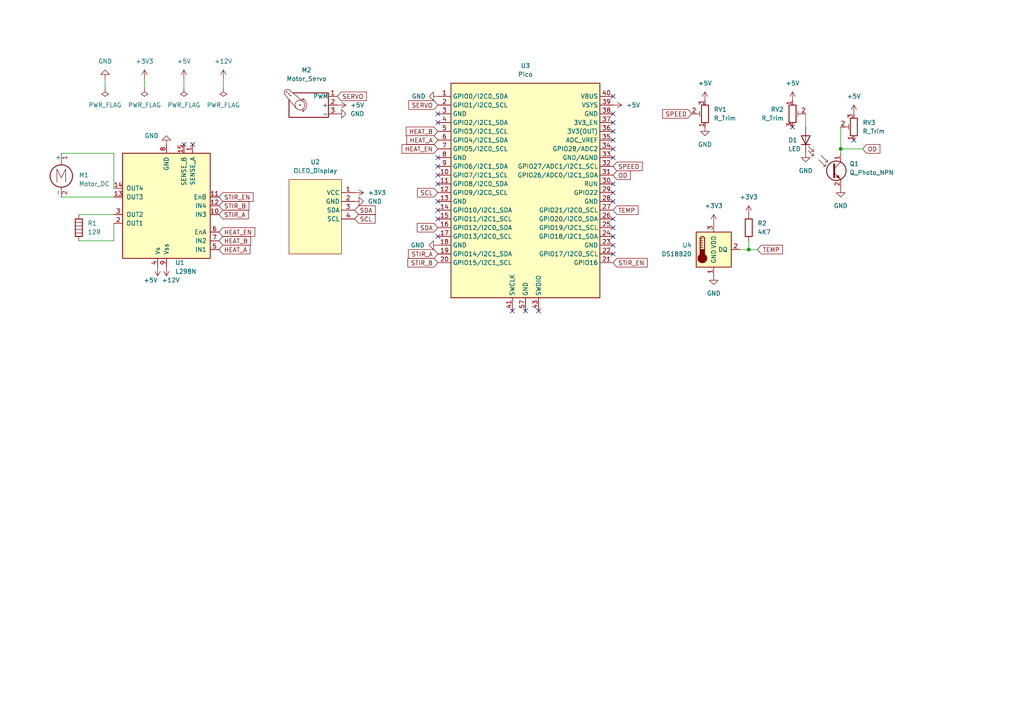
<source format=kicad_sch>
(kicad_sch (version 20211123) (generator eeschema)
  (paper "A4")
  (title_block (title "Bioreactor") (date "2022-08-08") (company "Sheffield iGEM"))
  (lib_symbols
    (symbol "Device:Heater" (pin_numbers hide) (pin_names (offset 0))
      (property "Reference" "R" (at 2.032 0 90))
      (property "Value" "Heater" (at -2.032 0 90))
      (symbol "Heater_0_1"
        (rectangle (start -1.016 -2.54) (end 1.016 2.54) (stroke (width 0.254)))
        (polyline (pts (xy -1.016 1.524) (xy 1.016 1.524)))
        (polyline (pts (xy 1.016 -1.524) (xy -1.016 -1.524)))
        (polyline (pts (xy 1.016 -0.508) (xy -1.016 -0.508)))
        (polyline (pts (xy 1.016 0.508) (xy -1.016 0.508)))
      )
      (symbol "Heater_1_1"
        (pin passive line (at 0 3.81 270) (length 1.27) (name "~") (number "1"))
        (pin passive line (at 0 -3.81 90) (length 1.27) (name "~") (number "2"))
      )
    )
    (symbol "Device:LED" (pin_numbers hide) (pin_names (offset 1.016) hide)
      (property "Reference" "D" (at 0 2.54 0))
      (property "Value" "LED" (at 0 -2.54 0))
      (symbol "LED_0_1"
        (polyline (pts (xy -1.27 -1.27) (xy -1.27 1.27)) (stroke (width 0.254)))
        (polyline (pts (xy -1.27 0) (xy 1.27 0)))
        (polyline (pts (xy 1.27 -1.27) (xy 1.27 1.27) (xy -1.27 0) (xy 1.27 -1.27)) (stroke (width 0.254)))
        (polyline (pts (xy -3.048 -0.762) (xy -4.572 -2.286) (xy -3.81 -2.286) (xy -4.572 -2.286) (xy -4.572 -1.524)))
        (polyline (pts (xy -1.778 -0.762) (xy -3.302 -2.286) (xy -2.54 -2.286) (xy -3.302 -2.286) (xy -3.302 -1.524)))
      )
      (symbol "LED_1_1"
        (pin passive line (at -3.81 0 0) (length 2.54) (name "K") (number "1"))
        (pin passive line (at 3.81 0 180) (length 2.54) (name "A") (number "2"))
      )
    )
    (symbol "Device:Q_Photo_NPN" (pin_names (offset 0) hide)
      (property "Reference" "Q" (at 5.08 1.27 0))
      (property "Value" "Q_Photo_NPN" (at 5.08 -1.27 0))
      (symbol "Q_Photo_NPN_0_1"
        (polyline (pts (xy -1.905 1.27) (xy -2.54 1.27)))
        (polyline (pts (xy -1.27 2.54) (xy -1.905 2.54)))
        (polyline (pts (xy 0.635 0.635) (xy 2.54 2.54)))
        (polyline (pts (xy -3.81 3.175) (xy -1.905 1.27) (xy -1.905 1.905)))
        (polyline (pts (xy -3.175 4.445) (xy -1.27 2.54) (xy -1.27 3.175)))
        (polyline (pts (xy 0.635 -0.635) (xy 2.54 -2.54) (xy 2.54 -2.54)))
        (polyline (pts (xy 0.635 1.905) (xy 0.635 -1.905) (xy 0.635 -1.905)) (stroke (width 0.508)))
        (polyline (pts (xy 1.27 -1.778) (xy 1.778 -1.27) (xy 2.286 -2.286) (xy 1.27 -1.778) (xy 1.27 -1.778)) (fill (type outline)))
        (circle (center 1.27 0) (radius 2.8194) (stroke (width 0.254)))
      )
      (symbol "Q_Photo_NPN_1_1"
        (pin passive line (at 2.54 5.08 270) (length 2.54) (name "C") (number "1"))
        (pin passive line (at 2.54 -5.08 90) (length 2.54) (name "E") (number "2"))
      )
    )
    (symbol "Device:R" (pin_numbers hide) (pin_names (offset 0))
      (property "Reference" "R" (at 2.032 0 90))
      (property "Value" "R" (at 0 0 90))
      (symbol "R_0_1"
        (rectangle (start -1.016 -2.54) (end 1.016 2.54) (stroke (width 0.254)))
      )
      (symbol "R_1_1"
        (pin passive line (at 0 3.81 270) (length 1.27) (name "~") (number "1"))
        (pin passive line (at 0 -3.81 90) (length 1.27) (name "~") (number "2"))
      )
    )
    (symbol "Device:R_Potentiometer_Trim" (pin_names (offset 1.016) hide)
      (property "Reference" "RV" (at -4.445 0 90))
      (property "Value" "R_Potentiometer_Trim" (at -2.54 0 90))
      (symbol "R_Potentiometer_Trim_0_1"
        (polyline (pts (xy 1.524 0.762) (xy 1.524 -0.762)))
        (polyline (pts (xy 2.54 0) (xy 1.524 0)))
        (rectangle (start 1.016 2.54) (end -1.016 -2.54) (stroke (width 0.254)))
      )
      (symbol "R_Potentiometer_Trim_1_1"
        (pin passive line (at 0 3.81 270) (length 1.27) (name "1") (number "1"))
        (pin passive line (at 3.81 0 180) (length 1.27) (name "2") (number "2"))
        (pin passive line (at 0 -3.81 90) (length 1.27) (name "3") (number "3"))
      )
    )
    (symbol "Display_Graphic:OLED_display_1"
      (property "Reference" "U1" (at -12.7 12.7 0))
      (property "Value" "OLED_display_1" (at -12.7 10.16 0))
      (symbol "OLED_display_1_0_1"
        (rectangle (start -20.32 7.62) (end -5.08 -13.97) (fill (type background)))
      )
      (symbol "OLED_display_1_1_1"
        (pin bidirectional line (at -1.27 3.81 180) (length 3.81) (name "VCC") (number "1"))
        (pin bidirectional line (at -1.27 1.27 180) (length 3.81) (name "GND") (number "2"))
        (pin input line (at -1.27 -1.27 180) (length 3.81) (name "SDA") (number "3"))
        (pin input line (at -1.27 -3.81 180) (length 3.81) (name "SCL") (number "4"))
      )
    )
    (symbol "Driver_Motor:L298N" (pin_names (offset 1.016))
      (property "Reference" "U" (at -10.16 16.51 0))
      (property "Value" "L298N" (at 12.7 16.51 0))
      (symbol "L298N_0_1"
        (rectangle (start -12.7 15.24) (end 12.7 -15.24) (stroke (width 0.254)) (fill (type background)))
      )
      (symbol "L298N_1_1"
        (pin power_in line (at -7.62 -17.78 90) (length 2.54) (name "SENSE_A") (number "1"))
        (pin input line (at -15.24 2.54 0) (length 2.54) (name "IN3") (number "10"))
        (pin input line (at -15.24 -2.54 0) (length 2.54) (name "EnB") (number "11"))
        (pin input line (at -15.24 0 0) (length 2.54) (name "IN4") (number "12"))
        (pin output line (at 15.24 -2.54 180) (length 2.54) (name "OUT3") (number "13"))
        (pin output line (at 15.24 -5.08 180) (length 2.54) (name "OUT4") (number "14"))
        (pin power_in line (at -5.08 -17.78 90) (length 2.54) (name "SENSE_B") (number "15"))
        (pin output line (at 15.24 5.08 180) (length 2.54) (name "OUT1") (number "2"))
        (pin output line (at 15.24 2.54 180) (length 2.54) (name "OUT2") (number "3"))
        (pin power_in line (at 2.54 17.78 270) (length 2.54) (name "Vs") (number "4"))
        (pin input line (at -15.24 12.7 0) (length 2.54) (name "IN1") (number "5"))
        (pin input line (at -15.24 7.62 0) (length 2.54) (name "EnA") (number "6"))
        (pin input line (at -15.24 10.16 0) (length 2.54) (name "IN2") (number "7"))
        (pin power_in line (at 0 -17.78 90) (length 2.54) (name "GND") (number "8"))
        (pin power_in line (at 0 17.78 270) (length 2.54) (name "Vss") (number "9"))
      )
    )
    (symbol "MCU_RaspberryPi:Pico"
      (property "Reference" "U2" (at 0 46.99 0))
      (property "Value" "Pico" (at 0 44.45 0))
      (property "Footprint" "Package_DFN_QFN:QFN-56-1EP_7x7mm_P0.4mm_EP3.2x3.2mm" (at 0 0 90))
      (property "Datasheet" "https://datasheets.raspberrypi.com/rp2040/rp2040-datasheet.pdf" (at 0 0 90))
      (symbol "Pico_0_1"
        (rectangle (start -21.59 41.91) (end 21.59 -20.32) (stroke (width 0.254)) (fill (type background)))
      )
      (symbol "Pico_1_1"
        (pin bidirectional line (at -25.4 38.1 0) (length 3.81) (name "GPIO0/I2C0_SDA") (number "1"))
        (pin bidirectional line (at -25.4 15.24 0) (length 3.81) (name "GPIO7/I2C1_SCL") (number "10"))
        (pin bidirectional line (at -25.4 12.7 0) (length 3.81) (name "GPIO8/I2C0_SDA") (number "11"))
        (pin bidirectional line (at -25.4 10.16 0) (length 3.81) (name "GPIO9/I2C0_SCL") (number "12"))
        (pin bidirectional line (at -25.4 7.62 0) (length 3.81) (name "GND") (number "13"))
        (pin bidirectional line (at -25.4 5.08 0) (length 3.81) (name "GPIO10/I2C1_SDA") (number "14"))
        (pin bidirectional line (at -25.4 2.54 0) (length 3.81) (name "GPIO11/I2C1_SCL") (number "15"))
        (pin bidirectional line (at -25.4 0 0) (length 3.81) (name "GPIO12/I2C0_SDA") (number "16"))
        (pin bidirectional line (at -25.4 -2.54 0) (length 3.81) (name "GPIO13/I2C0_SCL") (number "17"))
        (pin bidirectional line (at -25.4 -5.08 0) (length 3.81) (name "GND") (number "18"))
        (pin bidirectional line (at -25.4 -7.62 0) (length 3.81) (name "GPIO14/I2C1_SDA") (number "19"))
        (pin bidirectional line (at -25.4 35.56 0) (length 3.81) (name "GPIO1/I2C0_SCL") (number "2"))
        (pin bidirectional line (at -25.4 -10.16 0) (length 3.81) (name "GPIO15/I2C1_SCL") (number "20"))
        (pin bidirectional line (at 25.4 -10.16 180) (length 3.81) (name "GPIO16") (number "21"))
        (pin bidirectional line (at 25.4 -7.62 180) (length 3.81) (name "GPIO17/I2C0_SCL") (number "22"))
        (pin bidirectional line (at 25.4 -5.08 180) (length 3.81) (name "GND") (number "23"))
        (pin bidirectional line (at 25.4 -2.54 180) (length 3.81) (name "GPIO18/I2C1_SDA") (number "24"))
        (pin bidirectional line (at 25.4 0 180) (length 3.81) (name "GPIO19/I2C1_SCL") (number "25"))
        (pin bidirectional line (at 25.4 2.54 180) (length 3.81) (name "GPIO20/I2C0_SDA") (number "26"))
        (pin bidirectional line (at 25.4 5.08 180) (length 3.81) (name "GPIO21/I2C0_SCL") (number "27"))
        (pin bidirectional line (at 25.4 7.62 180) (length 3.81) (name "GND") (number "28"))
        (pin bidirectional line (at 25.4 10.16 180) (length 3.81) (name "GPIO22") (number "29"))
        (pin bidirectional line (at -25.4 33.02 0) (length 3.81) (name "GND") (number "3"))
        (pin bidirectional line (at 25.4 12.7 180) (length 3.81) (name "RUN") (number "30"))
        (pin bidirectional line (at 25.4 15.24 180) (length 3.81) (name "GPIO26/ADC0/I2C1_SDA") (number "31"))
        (pin bidirectional line (at 25.4 17.78 180) (length 3.81) (name "GPIO27/ADC1/I2C1_SCL") (number "32"))
        (pin bidirectional line (at 25.4 20.32 180) (length 3.81) (name "GND/AGND") (number "33"))
        (pin bidirectional line (at 25.4 22.86 180) (length 3.81) (name "GPIO28/ADC2") (number "34"))
        (pin bidirectional line (at 25.4 25.4 180) (length 3.81) (name "ADC_VREF") (number "35"))
        (pin bidirectional line (at 25.4 27.94 180) (length 3.81) (name "3V3(OUT)") (number "36"))
        (pin bidirectional line (at 25.4 30.48 180) (length 3.81) (name "3V3_EN") (number "37"))
        (pin bidirectional line (at 25.4 33.02 180) (length 3.81) (name "GND") (number "38"))
        (pin bidirectional line (at 25.4 35.56 180) (length 3.81) (name "VSYS") (number "39"))
        (pin bidirectional line (at -25.4 30.48 0) (length 3.81) (name "GPIO2/I2C1_SDA") (number "4"))
        (pin bidirectional line (at 25.4 38.1 180) (length 3.81) (name "VBUS") (number "40"))
        (pin bidirectional line (at -3.81 -24.13 90) (length 3.81) (name "SWCLK") (number "41"))
        (pin bidirectional line (at 3.81 -24.13 90) (length 3.81) (name "SWDIO") (number "43"))
        (pin bidirectional line (at -25.4 27.94 0) (length 3.81) (name "GPIO3/I2C1_SCL") (number "5"))
        (pin bidirectional line (at 0 -24.13 90) (length 3.81) (name "GND") (number "57"))
        (pin bidirectional line (at -25.4 25.4 0) (length 3.81) (name "GPIO4/I2C1_SDA") (number "6"))
        (pin bidirectional line (at -25.4 22.86 0) (length 3.81) (name "GPIO5/I2C0_SCL") (number "7"))
        (pin bidirectional line (at -25.4 20.32 0) (length 3.81) (name "GND") (number "8"))
        (pin bidirectional line (at -25.4 17.78 0) (length 3.81) (name "GPIO6/I2C1_SDA") (number "9"))
      )
    )
    (symbol "Motor:Motor_DC" (pin_names (offset 0))
      (property "Reference" "M" (at 2.54 2.54 0))
      (property "Value" "Motor_DC" (at 2.54 -5.08 0))
      (symbol "Motor_DC_0_0"
        (polyline (pts (xy -1.27 -3.302) (xy -1.27 0.508) (xy 0 -2.032) (xy 1.27 0.508) (xy 1.27 -3.302)))
      )
      (symbol "Motor_DC_0_1"
        (circle (center 0 -1.524) (radius 3.2512) (stroke (width 0.254)))
        (polyline (pts (xy 0 -7.62) (xy 0 -7.112)))
        (polyline (pts (xy 0 -4.7752) (xy 0 -5.1816)))
        (polyline (pts (xy 0 1.7272) (xy 0 2.0828)))
        (polyline (pts (xy 0 2.032) (xy 0 2.54)))
      )
      (symbol "Motor_DC_1_1"
        (pin passive line (at 0 5.08 270) (length 2.54) (name "+") (number "1"))
        (pin passive line (at 0 -7.62 90) (length 2.54) (name "-") (number "2"))
      )
    )
    (symbol "Motor:Motor_Servo" (pin_names (offset 0.0254))
      (property "Reference" "M" (at -5.08 4.445 0))
      (property "Value" "Motor_Servo" (at -5.08 -4.064 0))
      (symbol "Motor_Servo_0_1"
        (polyline (pts (xy 2.413 -1.778) (xy 2.032 -1.778)))
        (polyline (pts (xy 2.413 -1.778) (xy 2.286 -1.397)))
        (polyline (pts (xy 2.413 1.778) (xy 1.905 1.778)))
        (polyline (pts (xy 2.413 1.778) (xy 2.286 1.397)))
        (polyline (pts (xy 6.35 4.445) (xy 2.54 1.27)))
        (polyline (pts (xy 7.62 3.175) (xy 4.191 -1.016)))
        (polyline (pts (xy 5.08 3.556) (xy -5.08 3.556) (xy -5.08 -3.556) (xy 6.35 -3.556) (xy 6.35 1.524)) (stroke (width 0.254)))
        (arc (start 2.413 1.778) (mid 1.2406 0) (end 2.413 -1.778))
        (circle (center 3.175 0) (radius 0.1778))
        (circle (center 3.175 0) (radius 1.4224))
        (circle (center 5.969 2.794) (radius 0.127))
        (circle (center 6.477 3.302) (radius 0.127))
        (circle (center 6.985 3.81) (radius 0.127))
        (arc (start 7.62 3.175) (mid 7.4485 4.2735) (end 6.35 4.445))
      )
      (symbol "Motor_Servo_1_1"
        (pin passive line (at -7.62 2.54 0) (length 2.54) (name "PWM") (number "1"))
        (pin passive line (at -7.62 0 0) (length 2.54) (name "+") (number "2"))
        (pin passive line (at -7.62 -2.54 0) (length 2.54) (name "-") (number "3"))
      )
    )
    (symbol "Sensor_Temperature:DS18B20" (pin_names (offset 1.016))
      (property "Reference" "U" (at -3.81 6.35 0))
      (property "Value" "DS18B20" (at 6.35 6.35 0))
      (symbol "DS18B20_0_1"
        (rectangle (start -5.08 5.08) (end 5.08 -5.08) (stroke (width 0.254)) (fill (type background)))
        (circle (center -3.302 -2.54) (radius 1.27) (stroke (width 0.254)) (fill (type outline)))
        (rectangle (start -2.667 -1.905) (end -3.937 0) (stroke (width 0.254)) (fill (type outline)))
        (arc (start -2.667 3.175) (mid -3.302 3.81) (end -3.937 3.175) (stroke (width 0.254)))
        (polyline (pts (xy -3.937 0.635) (xy -3.302 0.635)) (stroke (width 0.254)))
        (polyline (pts (xy -3.937 1.27) (xy -3.302 1.27)) (stroke (width 0.254)))
        (polyline (pts (xy -3.937 1.905) (xy -3.302 1.905)) (stroke (width 0.254)))
        (polyline (pts (xy -3.937 2.54) (xy -3.302 2.54)) (stroke (width 0.254)))
        (polyline (pts (xy -3.937 3.175) (xy -3.937 0)) (stroke (width 0.254)))
        (polyline (pts (xy -3.937 3.175) (xy -3.302 3.175)) (stroke (width 0.254)))
        (polyline (pts (xy -2.667 3.175) (xy -2.667 0)) (stroke (width 0.254)))
      )
      (symbol "DS18B20_1_1"
        (pin power_in line (at 0 -7.62 90) (length 2.54) (name "GND") (number "1"))
        (pin bidirectional line (at 7.62 0 180) (length 2.54) (name "DQ") (number "2"))
        (pin power_in line (at 0 7.62 270) (length 2.54) (name "VDD") (number "3"))
      )
    )
    (symbol "power:+12V" (power) (pin_names (offset 0))
      (property "Value" "+12V" (at 0 3.556 0))
      (symbol "+12V_0_1"
        (polyline (pts (xy -0.762 1.27) (xy 0 2.54)))
        (polyline (pts (xy 0 0) (xy 0 2.54)))
        (polyline (pts (xy 0 2.54) (xy 0.762 1.27)))
      )
      (symbol "+12V_1_1"
        (pin power_in line (at 0 0 90) (length 0) hide (name "+12V") (number "1"))
      )
    )
    (symbol "power:+3V3" (power) (pin_names (offset 0))
      (property "Value" "+3V3" (at 0 3.556 0))
      (symbol "+3V3_0_1"
        (polyline (pts (xy -0.762 1.27) (xy 0 2.54)))
        (polyline (pts (xy 0 0) (xy 0 2.54)))
        (polyline (pts (xy 0 2.54) (xy 0.762 1.27)))
      )
      (symbol "+3V3_1_1"
        (pin power_in line (at 0 0 90) (length 0) hide (name "+3V3") (number "1"))
      )
    )
    (symbol "power:+5V" (power) (pin_names (offset 0))
      (property "Value" "+5V" (at 0 3.556 0))
      (symbol "+5V_0_1"
        (polyline (pts (xy -0.762 1.27) (xy 0 2.54)))
        (polyline (pts (xy 0 0) (xy 0 2.54)))
        (polyline (pts (xy 0 2.54) (xy 0.762 1.27)))
      )
      (symbol "+5V_1_1"
        (pin power_in line (at 0 0 90) (length 0) hide (name "+5V") (number "1"))
      )
    )
    (symbol "power:GND" (power) (pin_names (offset 0))
      (property "Value" "GND" (at 0 -3.81 0))
      (symbol "GND_0_1"
        (polyline (pts (xy 0 0) (xy 0 -1.27) (xy 1.27 -1.27) (xy 0 -2.54) (xy -1.27 -1.27) (xy 0 -1.27)))
      )
      (symbol "GND_1_1"
        (pin power_in line (at 0 0 270) (length 0) hide (name "GND") (number "1"))
      )
    )
    (symbol "power:PWR_FLAG" (power) (pin_numbers hide) (pin_names (offset 0) hide)
      (property "Value" "PWR_FLAG" (at 0 3.81 0))
      (symbol "PWR_FLAG_0_0"
        (pin power_out line (at 0 0 90) (length 0) (name "pwr") (number "1"))
      )
      (symbol "PWR_FLAG_0_1"
        (polyline (pts (xy 0 0) (xy 0 1.27) (xy -1.016 1.905) (xy 0 2.54) (xy 1.016 1.905) (xy 0 1.27)))
      )
    )
  )
  (junction (at 243.84 43.18))
  (junction (at 217.17 72.39))
  (no_connect (at 55.88 41.91))
  (no_connect (at 53.34 41.91))
  (no_connect (at 177.8 27.94))
  (no_connect (at 229.87 36.83))
  (no_connect (at 247.65 40.64))
  (no_connect (at 177.8 58.42))
  (no_connect (at 177.8 38.1))
  (no_connect (at 127 45.72))
  (no_connect (at 127 33.02))
  (no_connect (at 127 63.5))
  (no_connect (at 127 68.58))
  (no_connect (at 127 60.96))
  (no_connect (at 127 58.42))
  (no_connect (at 127 53.34))
  (no_connect (at 127 50.8))
  (no_connect (at 127 35.56))
  (no_connect (at 127 48.26))
  (no_connect (at 177.8 66.04))
  (no_connect (at 177.8 68.58))
  (no_connect (at 177.8 71.12))
  (no_connect (at 177.8 73.66))
  (no_connect (at 177.8 40.64))
  (no_connect (at 177.8 43.18))
  (no_connect (at 177.8 63.5))
  (no_connect (at 148.59 90.17))
  (no_connect (at 156.21 90.17))
  (no_connect (at 152.4 90.17))
  (no_connect (at 177.8 35.56))
  (no_connect (at 177.8 53.34))
  (no_connect (at 177.8 33.02))
  (no_connect (at 177.8 45.72))
  (no_connect (at 177.8 55.88))
  (wire (pts (xy 214.63 72.39) (xy 217.17 72.39)))
  (wire (pts (xy 243.84 36.83) (xy 243.84 43.18)))
  (wire (pts (xy 22.86 69.85) (xy 33.02 69.85)))
  (wire (pts (xy 217.17 69.85) (xy 217.17 72.39)))
  (wire (pts (xy 243.84 43.18) (xy 250.19 43.18)))
  (wire (pts (xy 217.17 72.39) (xy 219.71 72.39)))
  (wire (pts (xy 243.84 43.18) (xy 243.84 44.45)))
  (wire (pts (xy 30.48 22.86) (xy 30.48 25.4)))
  (wire (pts (xy 17.78 57.15) (xy 33.02 57.15)))
  (wire (pts (xy 17.78 44.45) (xy 33.02 44.45)))
  (wire (pts (xy 33.02 64.77) (xy 33.02 69.85)))
  (wire (pts (xy 33.02 54.61) (xy 33.02 44.45)))
  (wire (pts (xy 41.91 22.86) (xy 41.91 25.4)))
  (wire (pts (xy 22.86 62.23) (xy 33.02 62.23)))
  (wire (pts (xy 233.68 33.02) (xy 233.68 36.83)))
  (wire (pts (xy 53.34 22.86) (xy 53.34 25.4)))
  (wire (pts (xy 64.77 22.86) (xy 64.77 25.4)))
  (global_label "SCL" (shape input) (at 102.87 63.5 0) (property "Intersheet References" "${INTERSHEET_REFS}" (effects hide)))
  (global_label "HEAT_EN" (shape input) (at 127 43.18 180) (property "Intersheet References" "${INTERSHEET_REFS}" (effects hide)))
  (global_label "OD" (shape input) (at 177.8 50.8 0) (property "Intersheet References" "${INTERSHEET_REFS}" (effects hide)))
  (global_label "STIR_B" (shape input) (at 63.5 59.69 0) (property "Intersheet References" "${INTERSHEET_REFS}" (effects hide)))
  (global_label "STIR_A" (shape input) (at 127 73.66 180) (property "Intersheet References" "${INTERSHEET_REFS}" (effects hide)))
  (global_label "SDA" (shape input) (at 102.87 60.96 0) (property "Intersheet References" "${INTERSHEET_REFS}" (effects hide)))
  (global_label "SERVO" (shape input) (at 97.79 27.94 0) (property "Intersheet References" "${INTERSHEET_REFS}" (effects hide)))
  (global_label "HEAT_B" (shape input) (at 127 38.1 180) (property "Intersheet References" "${INTERSHEET_REFS}" (effects hide)))
  (global_label "TEMP" (shape input) (at 177.8 60.96 0) (property "Intersheet References" "${INTERSHEET_REFS}" (effects hide)))
  (global_label "OD" (shape input) (at 250.19 43.18 0) (property "Intersheet References" "${INTERSHEET_REFS}" (effects hide)))
  (global_label "HEAT_EN" (shape input) (at 63.5 67.31 0) (property "Intersheet References" "${INTERSHEET_REFS}" (effects hide)))
  (global_label "STIR_EN" (shape input) (at 177.8 76.2 0) (property "Intersheet References" "${INTERSHEET_REFS}" (effects hide)))
  (global_label "SPEED" (shape input) (at 177.8 48.26 0) (property "Intersheet References" "${INTERSHEET_REFS}" (effects hide)))
  (global_label "HEAT_A" (shape input) (at 127 40.64 180) (property "Intersheet References" "${INTERSHEET_REFS}" (effects hide)))
  (global_label "HEAT_A" (shape input) (at 63.5 72.39 0) (property "Intersheet References" "${INTERSHEET_REFS}" (effects hide)))
  (global_label "HEAT_B" (shape input) (at 63.5 69.85 0) (property "Intersheet References" "${INTERSHEET_REFS}" (effects hide)))
  (global_label "STIR_B" (shape input) (at 127 76.2 180) (property "Intersheet References" "${INTERSHEET_REFS}" (effects hide)))
  (global_label "STIR_A" (shape input) (at 63.5 62.23 0) (property "Intersheet References" "${INTERSHEET_REFS}" (effects hide)))
  (global_label "TEMP" (shape input) (at 219.71 72.39 0) (property "Intersheet References" "${INTERSHEET_REFS}" (effects hide)))
  (global_label "SERVO" (shape input) (at 127 30.48 180) (property "Intersheet References" "${INTERSHEET_REFS}" (effects hide)))
  (global_label "SDA" (shape input) (at 127 66.04 180) (property "Intersheet References" "${INTERSHEET_REFS}" (effects hide)))
  (global_label "SPEED" (shape input) (at 200.66 33.02 180) (property "Intersheet References" "${INTERSHEET_REFS}" (effects hide)))
  (global_label "STIR_EN" (shape input) (at 63.5 57.15 0) (property "Intersheet References" "${INTERSHEET_REFS}" (effects hide)))
  (global_label "SCL" (shape input) (at 127 55.88 180) (property "Intersheet References" "${INTERSHEET_REFS}" (effects hide)))
  (symbol (lib_id "power:GND") (at 207.01 80.01 0) (unit 1)
    (property "Reference" "#PWR018" (effects hide))
    (property "Value" "GND" (at 207.01 85.09 0))
  )
  (symbol (lib_id "power:GND") (at 233.68 44.45 0) (unit 1)
    (property "Reference" "#PWR021" (effects hide))
    (property "Value" "GND" (at 233.68 49.53 0))
  )
  (symbol (lib_id "power:+3V3") (at 207.01 64.77 0) (unit 1)
    (property "Reference" "#PWR017" (effects hide))
    (property "Value" "+3V3" (at 207.01 59.69 0))
  )
  (symbol (lib_id "power:GND") (at 102.87 58.42 90) (unit 1)
    (property "Reference" "#PWR011" (effects hide))
    (property "Value" "GND" (at 106.68 58.4199 90) (effects (justify right)))
  )
  (symbol (lib_id "Device:Q_Photo_NPN") (at 241.3 49.53 0) (unit 1)
    (property "Reference" "Q1" (at 246.38 47.5106 0) (effects (justify left)))
    (property "Value" "Q_Photo_NPN" (at 246.38 50.0506 0) (effects (justify left)))
  )
  (symbol (lib_id "power:GND") (at 243.84 54.61 0) (unit 1)
    (property "Reference" "#PWR022" (effects hide))
    (property "Value" "GND" (at 243.84 59.69 0))
  )
  (symbol (lib_id "power:GND") (at 127 71.12 270) (unit 1)
    (property "Reference" "#PWR013" (effects hide))
    (property "Value" "GND" (at 123.19 71.1199 90) (effects (justify right)))
  )
  (symbol (lib_id "power:+5V") (at 53.34 22.86 0) (unit 1)
    (property "Reference" "#PWR06" (effects hide))
    (property "Value" "+5V" (at 53.34 17.78 0))
  )
  (symbol (lib_id "Device:R_Potentiometer_Trim") (at 229.87 33.02 0) (unit 1)
    (property "Reference" "RV2" (at 227.33 31.7499 0) (effects (justify right)))
    (property "Value" "R_Trim" (at 227.33 34.2899 0) (effects (justify right)))
  )
  (symbol (lib_id "power:GND") (at 204.47 36.83 0) (unit 1)
    (property "Reference" "#PWR016" (effects hide))
    (property "Value" "GND" (at 204.47 41.91 0))
  )
  (symbol (lib_id "power:+5V") (at 229.87 29.21 0) (unit 1)
    (property "Reference" "#PWR020" (effects hide))
    (property "Value" "+5V" (at 229.87 24.13 0))
  )
  (symbol (lib_id "power:GND") (at 97.79 33.02 90) (unit 1)
    (property "Reference" "#PWR09" (effects hide))
    (property "Value" "GND" (at 101.6 33.0199 90) (effects (justify right)))
  )
  (symbol (lib_id "Display_Graphic:OLED_display_1") (at 104.14 59.69 0) (unit 1)
    (property "Reference" "U2" (at 91.44 46.99 0))
    (property "Value" "OLED_Display" (at 91.44 49.53 0))
    (property "Footprint" "Display:OLED-128O064D" (effects hide))
    (property "Datasheet" "https://www.waveshare.com/wiki/0.91inch_OLED_Module" (effects hide))
  )
  (symbol (lib_id "Motor:Motor_DC") (at 17.78 49.53 0) (unit 1)
    (property "Reference" "M1" (at 22.86 50.7999 0) (effects (justify left)))
    (property "Value" "Motor_DC" (at 22.86 53.3399 0) (effects (justify left)))
  )
  (symbol (lib_id "power:PWR_FLAG") (at 30.48 25.4 180) (unit 1)
    (property "Reference" "#FLG01" (effects hide))
    (property "Value" "PWR_FLAG" (at 30.48 30.48 0))
  )
  (symbol (lib_id "power:+3V3") (at 102.87 55.88 270) (unit 1)
    (property "Reference" "#PWR010" (effects hide))
    (property "Value" "+3V3" (at 106.68 55.8799 90) (effects (justify left)))
  )
  (symbol (lib_id "power:+12V") (at 64.77 22.86 0) (unit 1)
    (property "Reference" "#PWR07" (effects hide))
    (property "Value" "+12V" (at 64.77 17.78 0))
  )
  (symbol (lib_id "Device:Heater") (at 22.86 66.04 0) (unit 1)
    (property "Reference" "R1" (at 25.4 64.7699 0) (effects (justify left)))
    (property "Value" "12R" (at 25.4 67.3099 0) (effects (justify left)))
  )
  (symbol (lib_id "Motor:Motor_Servo") (at 90.17 30.48 0) (mirror y) (unit 1)
    (property "Reference" "M2" (at 88.9111 20.32 0))
    (property "Value" "Motor_Servo" (at 88.9111 22.86 0))
    (property "Datasheet" "http://forums.parallax.com/uploads/attachments/46831/74481.png" (effects hide))
  )
  (symbol (lib_id "Device:LED") (at 233.68 40.64 90) (unit 1)
    (property "Reference" "D1" (at 228.6 40.64 90) (effects (justify right)))
    (property "Value" "LED" (at 228.6 43.18 90) (effects (justify right)))
  )
  (symbol (lib_id "power:PWR_FLAG") (at 64.77 25.4 180) (unit 1)
    (property "Reference" "#FLG04" (effects hide))
    (property "Value" "PWR_FLAG" (at 64.77 30.48 0))
  )
  (symbol (lib_id "Device:R") (at 217.17 66.04 0) (unit 1)
    (property "Reference" "R2" (at 219.71 64.7699 0) (effects (justify left)))
    (property "Value" "4K7" (at 219.71 67.3099 0) (effects (justify left)))
  )
  (symbol (lib_id "power:+3V3") (at 41.91 22.86 0) (unit 1)
    (property "Reference" "#PWR02" (effects hide))
    (property "Value" "+3V3" (at 41.91 17.78 0))
  )
  (symbol (lib_id "power:GND") (at 30.48 22.86 180) (unit 1)
    (property "Reference" "#PWR01" (effects hide))
    (property "Value" "GND" (at 30.48 17.78 0))
  )
  (symbol (lib_id "power:+5V") (at 247.65 33.02 0) (unit 1)
    (property "Reference" "#PWR023" (effects hide))
    (property "Value" "+5V" (at 247.65 27.94 0))
  )
  (symbol (lib_id "power:+5V") (at 97.79 30.48 270) (unit 1)
    (property "Reference" "#PWR08" (effects hide))
    (property "Value" "+5V" (at 101.6 30.4799 90) (effects (justify left)))
  )
  (symbol (lib_id "power:PWR_FLAG") (at 53.34 25.4 180) (unit 1)
    (property "Reference" "#FLG03" (effects hide))
    (property "Value" "PWR_FLAG" (at 53.34 30.48 0))
  )
  (symbol (lib_id "MCU_RaspberryPi:Pico") (at 152.4 66.04 0) (unit 1)
    (property "Reference" "U3" (at 152.4 19.05 0))
    (property "Value" "Pico" (at 152.4 21.59 0))
    (property "Footprint" "Package_DFN_QFN:QFN-56-1EP_7x7mm_P0.4mm_EP3.2x3.2mm" (at 152.4 66.04 90) (effects (font (size 0 0))))
    (property "Datasheet" "https://datasheets.raspberrypi.com/rp2040/rp2040-datasheet.pdf" (at 152.4 66.04 90) (effects (font (size 0 0))))
  )
  (symbol (lib_id "power:PWR_FLAG") (at 41.91 25.4 180) (unit 1)
    (property "Reference" "#FLG02" (effects hide))
    (property "Value" "PWR_FLAG" (at 41.91 30.48 0))
  )
  (symbol (lib_id "power:+12V") (at 48.26 77.47 180) (unit 1)
    (property "Reference" "#PWR05" (effects hide))
    (property "Value" "+12V" (at 49.53 81.28 0))
  )
  (symbol (lib_id "power:+5V") (at 177.8 30.48 270) (unit 1)
    (property "Reference" "#PWR014" (effects hide))
    (property "Value" "+5V" (at 181.61 30.4799 90) (effects (justify left)))
  )
  (symbol (lib_id "power:GND") (at 127 27.94 270) (unit 1)
    (property "Reference" "#PWR012" (effects hide))
    (property "Value" "GND" (at 119.38 27.94 90) (effects (justify left)))
  )
  (symbol (lib_id "Device:R_Potentiometer_Trim") (at 247.65 36.83 180) (unit 1)
    (property "Reference" "RV3" (at 250.19 35.5599 0) (effects (justify right)))
    (property "Value" "R_Trim" (at 250.19 38.0999 0) (effects (justify right)))
  )
  (symbol (lib_id "power:+5V") (at 45.72 77.47 0) (mirror x) (unit 1)
    (property "Reference" "#PWR03" (effects hide))
    (property "Value" "+5V" (at 45.72 81.28 0) (effects (justify right)))
  )
  (symbol (lib_id "power:+5V") (at 204.47 29.21 0) (unit 1)
    (property "Reference" "#PWR015" (effects hide))
    (property "Value" "+5V" (at 204.47 24.13 0))
  )
  (symbol (lib_id "Driver_Motor:L298N") (at 48.26 59.69 180) (unit 1)
    (property "Reference" "U1" (at 50.8 76.2 0) (effects (justify right)))
    (property "Value" "L298N" (at 50.8 78.74 0) (effects (justify right)))
    (property "Footprint" "Package_TO_SOT_THT:TO-220-15_P2.54x2.54mm_StaggerOdd_Lead4.58mm_Vertical" (effects hide))
    (property "Datasheet" "http://www.st.com/st-web-ui/static/active/en/resource/technical/document/datasheet/CD00000240.pdf" (effects hide))
  )
  (symbol (lib_id "Device:R_Potentiometer_Trim") (at 204.47 33.02 180) (unit 1)
    (property "Reference" "RV1" (at 207.01 31.7499 0) (effects (justify right)))
    (property "Value" "R_Trim" (at 207.01 34.2899 0) (effects (justify right)))
  )
  (symbol (lib_id "power:+3V3") (at 217.17 62.23 0) (unit 1)
    (property "Reference" "#PWR019" (effects hide))
    (property "Value" "+3V3" (at 217.17 57.15 0))
  )
  (symbol (lib_id "Sensor_Temperature:DS18B20") (at 207.01 72.39 0) (unit 1)
    (property "Reference" "U4" (at 200.66 71.1199 0) (effects (justify right)))
    (property "Value" "DS18B20" (at 200.66 73.6599 0) (effects (justify right)))
    (property "Footprint" "Package_TO_SOT_THT:TO-92_Inline" (effects hide))
    (property "Datasheet" "http://datasheets.maximintegrated.com/en/ds/DS18B20.pdf" (effects hide))
  )
  (symbol (lib_id "power:GND") (at 48.26 41.91 180) (unit 1)
    (property "Reference" "#PWR04" (effects hide))
    (property "Value" "GND" (at 41.91 39.37 0) (effects (justify right)))
  )
)
</source>
